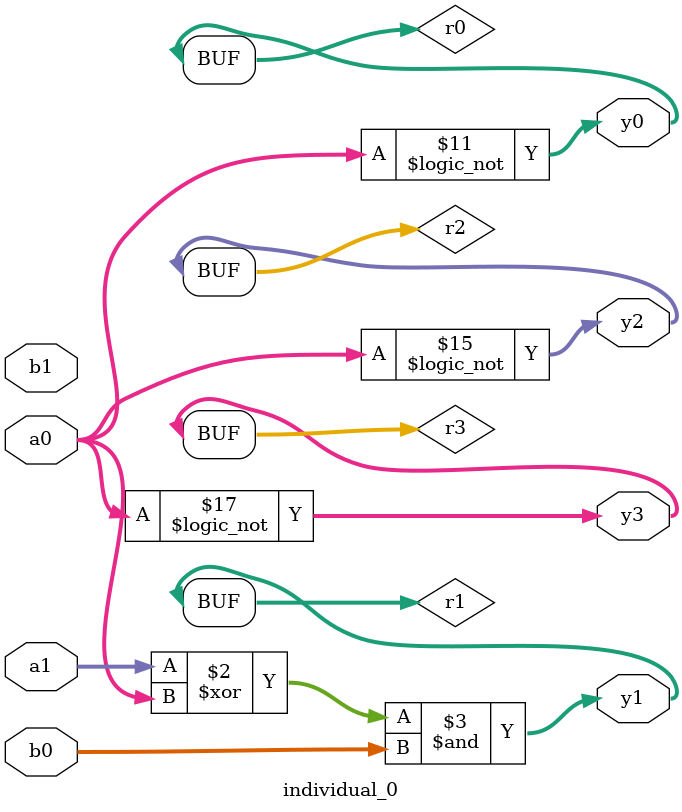
<source format=sv>
module individual_0(input logic [15:0] a1, input logic [15:0] a0, input logic [15:0] b1, input logic [15:0] b0, output logic [15:0] y3, output logic [15:0] y2, output logic [15:0] y1, output logic [15:0] y0);
logic [15:0] r0, r1, r2, r3; 
 always@(*) begin 
	 r0 = a0; r1 = a1; r2 = b0; r3 = b1; 
 	 r1  ^=  r0 ;
 	 r1  &=  b0 ;
 	 r2 = ! r3 ;
 	 r3 = ! b1 ;
 	 r0  &=  r2 ;
 	 r2  |=  a0 ;
 	 r0 = ! a0 ;
 	 r0  |=  a1 ;
 	 r0 = ! r0 ;
 	 r0 = ! a0 ;
 	 r3  &=  b0 ;
 	 r3  ^=  a0 ;
 	 r2  ^=  b1 ;
 	 r2 = ! a0 ;
 	 r3  |=  a0 ;
 	 r3 = ! a0 ;
 	 y3 = r3; y2 = r2; y1 = r1; y0 = r0; 
end
endmodule
</source>
